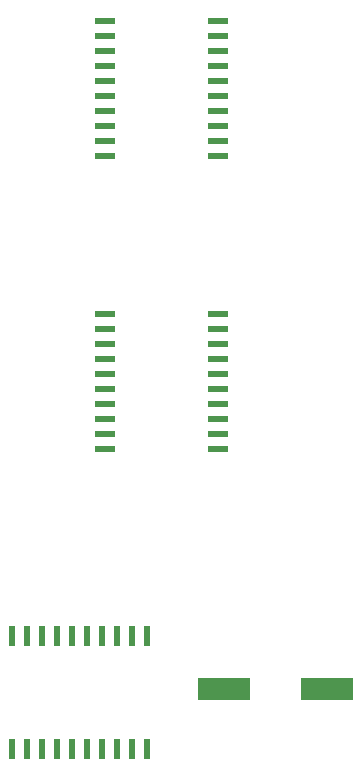
<source format=gtp>
G04 #@! TF.GenerationSoftware,KiCad,Pcbnew,8.0.1*
G04 #@! TF.CreationDate,2024-03-30T15:42:24-03:00*
G04 #@! TF.ProjectId,Sombrero_MSX_Goa'uld,536f6d62-7265-4726-9f5f-4d53585f476f,rev?*
G04 #@! TF.SameCoordinates,Original*
G04 #@! TF.FileFunction,Paste,Top*
G04 #@! TF.FilePolarity,Positive*
%FSLAX46Y46*%
G04 Gerber Fmt 4.6, Leading zero omitted, Abs format (unit mm)*
G04 Created by KiCad (PCBNEW 8.0.1) date 2024-03-30 15:42:24*
%MOMM*%
%LPD*%
G01*
G04 APERTURE LIST*
%ADD10R,1.803400X0.533400*%
%ADD11R,0.533400X1.803400*%
%ADD12R,4.400000X1.900000*%
G04 APERTURE END LIST*
D10*
X202895200Y-111760000D03*
X202895200Y-110490000D03*
X202895200Y-109220000D03*
X202895200Y-107950000D03*
X202895200Y-106680000D03*
X202895200Y-105410000D03*
X202895200Y-104140000D03*
X202895200Y-102870000D03*
X202895200Y-101600000D03*
X202895200Y-100330000D03*
X193344800Y-100330000D03*
X193344800Y-101600000D03*
X193344800Y-102870000D03*
X193344800Y-104140000D03*
X193344800Y-105410000D03*
X193344800Y-106680000D03*
X193344800Y-107950000D03*
X193344800Y-109220000D03*
X193344800Y-110490000D03*
X193344800Y-111760000D03*
X193344800Y-75565000D03*
X193344800Y-76835000D03*
X193344800Y-78105000D03*
X193344800Y-79375000D03*
X193344800Y-80645000D03*
X193344800Y-81915000D03*
X193344800Y-83185000D03*
X193344800Y-84455000D03*
X193344800Y-85725000D03*
X193344800Y-86995000D03*
X202895200Y-86995000D03*
X202895200Y-85725000D03*
X202895200Y-84455000D03*
X202895200Y-83185000D03*
X202895200Y-81915000D03*
X202895200Y-80645000D03*
X202895200Y-79375000D03*
X202895200Y-78105000D03*
X202895200Y-76835000D03*
X202895200Y-75565000D03*
D11*
X185420000Y-137160000D03*
X186690000Y-137160000D03*
X187960000Y-137160000D03*
X189230000Y-137160000D03*
X190500000Y-137160000D03*
X191770000Y-137160000D03*
X193040000Y-137160000D03*
X194310000Y-137160000D03*
X195580000Y-137160000D03*
X196850000Y-137160000D03*
X196850000Y-127609600D03*
X195580000Y-127609600D03*
X194310000Y-127609600D03*
X193040000Y-127609600D03*
X191770000Y-127609600D03*
X190500000Y-127609600D03*
X189230000Y-127609600D03*
X187960000Y-127609600D03*
X186690000Y-127609600D03*
X185420000Y-127609600D03*
D12*
X203390000Y-132080000D03*
X212090000Y-132080000D03*
M02*

</source>
